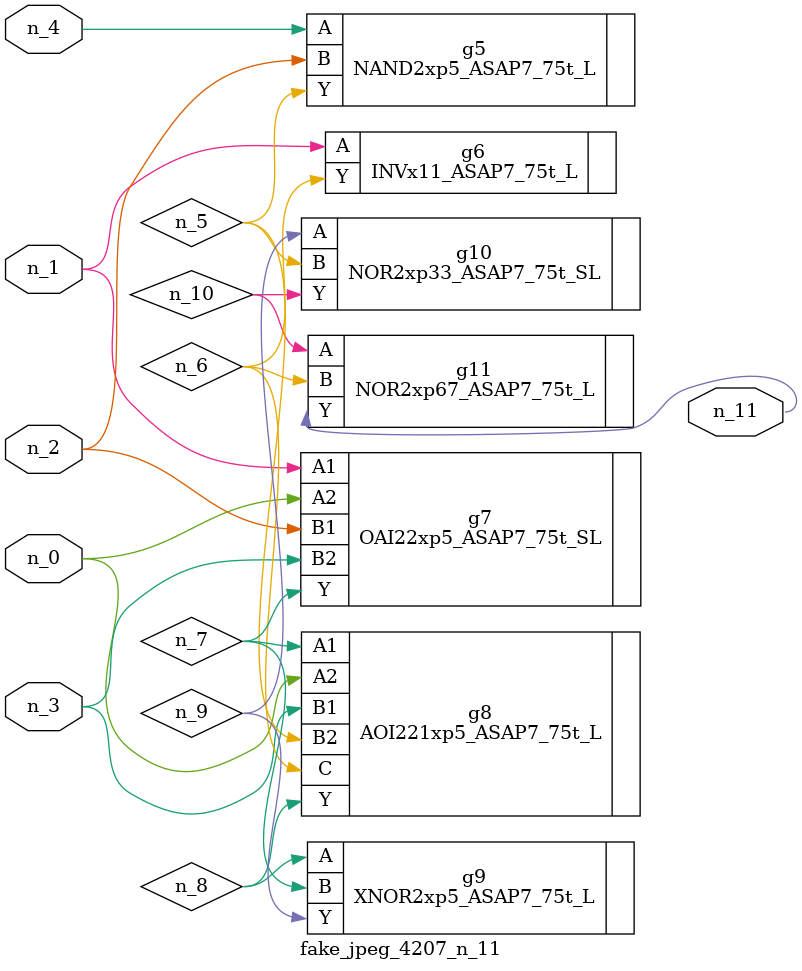
<source format=v>
module fake_jpeg_4207_n_11 (n_3, n_2, n_1, n_0, n_4, n_11);

input n_3;
input n_2;
input n_1;
input n_0;
input n_4;

output n_11;

wire n_10;
wire n_8;
wire n_9;
wire n_6;
wire n_5;
wire n_7;

NAND2xp5_ASAP7_75t_L g5 ( 
.A(n_4),
.B(n_2),
.Y(n_5)
);

INVx11_ASAP7_75t_L g6 ( 
.A(n_1),
.Y(n_6)
);

OAI22xp5_ASAP7_75t_SL g7 ( 
.A1(n_1),
.A2(n_0),
.B1(n_2),
.B2(n_3),
.Y(n_7)
);

AOI221xp5_ASAP7_75t_L g8 ( 
.A1(n_7),
.A2(n_0),
.B1(n_3),
.B2(n_5),
.C(n_6),
.Y(n_8)
);

XNOR2xp5_ASAP7_75t_L g9 ( 
.A(n_8),
.B(n_7),
.Y(n_9)
);

NOR2xp33_ASAP7_75t_SL g10 ( 
.A(n_9),
.B(n_5),
.Y(n_10)
);

NOR2xp67_ASAP7_75t_L g11 ( 
.A(n_10),
.B(n_6),
.Y(n_11)
);


endmodule
</source>
